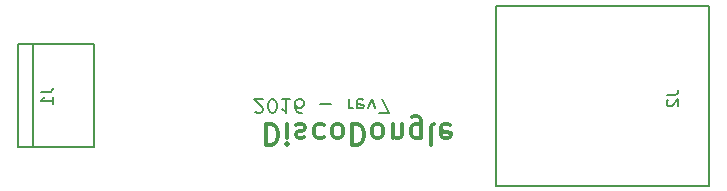
<source format=gbo>
G04 #@! TF.FileFunction,Legend,Bot*
%FSLAX46Y46*%
G04 Gerber Fmt 4.6, Leading zero omitted, Abs format (unit mm)*
G04 Created by KiCad (PCBNEW 4.0.4-stable) date Friday, October 21, 2016 'PMt' 10:36:38 PM*
%MOMM*%
%LPD*%
G01*
G04 APERTURE LIST*
%ADD10C,0.100000*%
%ADD11C,0.200000*%
%ADD12C,0.300000*%
%ADD13C,0.150000*%
G04 APERTURE END LIST*
D10*
D11*
X157629929Y-106524357D02*
X157687072Y-106581500D01*
X157801358Y-106638643D01*
X158087072Y-106638643D01*
X158201358Y-106581500D01*
X158258501Y-106524357D01*
X158315644Y-106410071D01*
X158315644Y-106295786D01*
X158258501Y-106124357D01*
X157572787Y-105438643D01*
X158315644Y-105438643D01*
X159058501Y-106638643D02*
X159172786Y-106638643D01*
X159287072Y-106581500D01*
X159344215Y-106524357D01*
X159401358Y-106410071D01*
X159458501Y-106181500D01*
X159458501Y-105895786D01*
X159401358Y-105667214D01*
X159344215Y-105552929D01*
X159287072Y-105495786D01*
X159172786Y-105438643D01*
X159058501Y-105438643D01*
X158944215Y-105495786D01*
X158887072Y-105552929D01*
X158829929Y-105667214D01*
X158772786Y-105895786D01*
X158772786Y-106181500D01*
X158829929Y-106410071D01*
X158887072Y-106524357D01*
X158944215Y-106581500D01*
X159058501Y-106638643D01*
X160601358Y-105438643D02*
X159915643Y-105438643D01*
X160258501Y-105438643D02*
X160258501Y-106638643D01*
X160144215Y-106467214D01*
X160029929Y-106352929D01*
X159915643Y-106295786D01*
X161629929Y-106638643D02*
X161401358Y-106638643D01*
X161287072Y-106581500D01*
X161229929Y-106524357D01*
X161115643Y-106352929D01*
X161058500Y-106124357D01*
X161058500Y-105667214D01*
X161115643Y-105552929D01*
X161172786Y-105495786D01*
X161287072Y-105438643D01*
X161515643Y-105438643D01*
X161629929Y-105495786D01*
X161687072Y-105552929D01*
X161744215Y-105667214D01*
X161744215Y-105952929D01*
X161687072Y-106067214D01*
X161629929Y-106124357D01*
X161515643Y-106181500D01*
X161287072Y-106181500D01*
X161172786Y-106124357D01*
X161115643Y-106067214D01*
X161058500Y-105952929D01*
X163172786Y-105895786D02*
X164087072Y-105895786D01*
X165572786Y-105438643D02*
X165572786Y-106238643D01*
X165572786Y-106010071D02*
X165629929Y-106124357D01*
X165687072Y-106181500D01*
X165801358Y-106238643D01*
X165915643Y-106238643D01*
X166772786Y-105495786D02*
X166658500Y-105438643D01*
X166429929Y-105438643D01*
X166315643Y-105495786D01*
X166258500Y-105610071D01*
X166258500Y-106067214D01*
X166315643Y-106181500D01*
X166429929Y-106238643D01*
X166658500Y-106238643D01*
X166772786Y-106181500D01*
X166829929Y-106067214D01*
X166829929Y-105952929D01*
X166258500Y-105838643D01*
X167229929Y-106238643D02*
X167515643Y-105438643D01*
X167801357Y-106238643D01*
X168144215Y-106638643D02*
X168944215Y-106638643D01*
X168429929Y-105438643D01*
D12*
X158570001Y-107516714D02*
X158570001Y-109316714D01*
X158998573Y-109316714D01*
X159255716Y-109231000D01*
X159427144Y-109059571D01*
X159512859Y-108888143D01*
X159598573Y-108545286D01*
X159598573Y-108288143D01*
X159512859Y-107945286D01*
X159427144Y-107773857D01*
X159255716Y-107602429D01*
X158998573Y-107516714D01*
X158570001Y-107516714D01*
X160370001Y-107516714D02*
X160370001Y-108716714D01*
X160370001Y-109316714D02*
X160284287Y-109231000D01*
X160370001Y-109145286D01*
X160455716Y-109231000D01*
X160370001Y-109316714D01*
X160370001Y-109145286D01*
X161141430Y-107602429D02*
X161312859Y-107516714D01*
X161655716Y-107516714D01*
X161827144Y-107602429D01*
X161912859Y-107773857D01*
X161912859Y-107859571D01*
X161827144Y-108031000D01*
X161655716Y-108116714D01*
X161398573Y-108116714D01*
X161227144Y-108202429D01*
X161141430Y-108373857D01*
X161141430Y-108459571D01*
X161227144Y-108631000D01*
X161398573Y-108716714D01*
X161655716Y-108716714D01*
X161827144Y-108631000D01*
X163455716Y-107602429D02*
X163284287Y-107516714D01*
X162941430Y-107516714D01*
X162770002Y-107602429D01*
X162684287Y-107688143D01*
X162598573Y-107859571D01*
X162598573Y-108373857D01*
X162684287Y-108545286D01*
X162770002Y-108631000D01*
X162941430Y-108716714D01*
X163284287Y-108716714D01*
X163455716Y-108631000D01*
X164484287Y-107516714D02*
X164312859Y-107602429D01*
X164227144Y-107688143D01*
X164141430Y-107859571D01*
X164141430Y-108373857D01*
X164227144Y-108545286D01*
X164312859Y-108631000D01*
X164484287Y-108716714D01*
X164741430Y-108716714D01*
X164912859Y-108631000D01*
X164998573Y-108545286D01*
X165084287Y-108373857D01*
X165084287Y-107859571D01*
X164998573Y-107688143D01*
X164912859Y-107602429D01*
X164741430Y-107516714D01*
X164484287Y-107516714D01*
X165855715Y-107516714D02*
X165855715Y-109316714D01*
X166284287Y-109316714D01*
X166541430Y-109231000D01*
X166712858Y-109059571D01*
X166798573Y-108888143D01*
X166884287Y-108545286D01*
X166884287Y-108288143D01*
X166798573Y-107945286D01*
X166712858Y-107773857D01*
X166541430Y-107602429D01*
X166284287Y-107516714D01*
X165855715Y-107516714D01*
X167912858Y-107516714D02*
X167741430Y-107602429D01*
X167655715Y-107688143D01*
X167570001Y-107859571D01*
X167570001Y-108373857D01*
X167655715Y-108545286D01*
X167741430Y-108631000D01*
X167912858Y-108716714D01*
X168170001Y-108716714D01*
X168341430Y-108631000D01*
X168427144Y-108545286D01*
X168512858Y-108373857D01*
X168512858Y-107859571D01*
X168427144Y-107688143D01*
X168341430Y-107602429D01*
X168170001Y-107516714D01*
X167912858Y-107516714D01*
X169284286Y-108716714D02*
X169284286Y-107516714D01*
X169284286Y-108545286D02*
X169370001Y-108631000D01*
X169541429Y-108716714D01*
X169798572Y-108716714D01*
X169970001Y-108631000D01*
X170055715Y-108459571D01*
X170055715Y-107516714D01*
X171684286Y-108716714D02*
X171684286Y-107259571D01*
X171598572Y-107088143D01*
X171512857Y-107002429D01*
X171341429Y-106916714D01*
X171084286Y-106916714D01*
X170912857Y-107002429D01*
X171684286Y-107602429D02*
X171512857Y-107516714D01*
X171170000Y-107516714D01*
X170998572Y-107602429D01*
X170912857Y-107688143D01*
X170827143Y-107859571D01*
X170827143Y-108373857D01*
X170912857Y-108545286D01*
X170998572Y-108631000D01*
X171170000Y-108716714D01*
X171512857Y-108716714D01*
X171684286Y-108631000D01*
X172798571Y-107516714D02*
X172627143Y-107602429D01*
X172541428Y-107773857D01*
X172541428Y-109316714D01*
X174170000Y-107602429D02*
X173998571Y-107516714D01*
X173655714Y-107516714D01*
X173484285Y-107602429D01*
X173398571Y-107773857D01*
X173398571Y-108459571D01*
X173484285Y-108631000D01*
X173655714Y-108716714D01*
X173998571Y-108716714D01*
X174170000Y-108631000D01*
X174255714Y-108459571D01*
X174255714Y-108288143D01*
X173398571Y-108116714D01*
D13*
X196081000Y-97529900D02*
X196081000Y-112769900D01*
X196081000Y-112769900D02*
X178047000Y-112769900D01*
X178047000Y-112769900D02*
X178047000Y-97529900D01*
X178047000Y-97529900D02*
X196081000Y-97529900D01*
X137589540Y-109494900D02*
X137589540Y-100794900D01*
X143994540Y-109494900D02*
X143994540Y-100794900D01*
X143994540Y-100794900D02*
X137589540Y-100794900D01*
X138819540Y-100794900D02*
X138819540Y-109494900D01*
X137589540Y-109494900D02*
X143994540Y-109494900D01*
X192485381Y-105070567D02*
X193199667Y-105070567D01*
X193342524Y-105022947D01*
X193437762Y-104927709D01*
X193485381Y-104784852D01*
X193485381Y-104689614D01*
X192580619Y-105499138D02*
X192533000Y-105546757D01*
X192485381Y-105641995D01*
X192485381Y-105880091D01*
X192533000Y-105975329D01*
X192580619Y-106022948D01*
X192675857Y-106070567D01*
X192771095Y-106070567D01*
X192913952Y-106022948D01*
X193485381Y-105451519D01*
X193485381Y-106070567D01*
X139496921Y-104861567D02*
X140211207Y-104861567D01*
X140354064Y-104813947D01*
X140449302Y-104718709D01*
X140496921Y-104575852D01*
X140496921Y-104480614D01*
X140496921Y-105861567D02*
X140496921Y-105290138D01*
X140496921Y-105575852D02*
X139496921Y-105575852D01*
X139639778Y-105480614D01*
X139735016Y-105385376D01*
X139782635Y-105290138D01*
M02*

</source>
